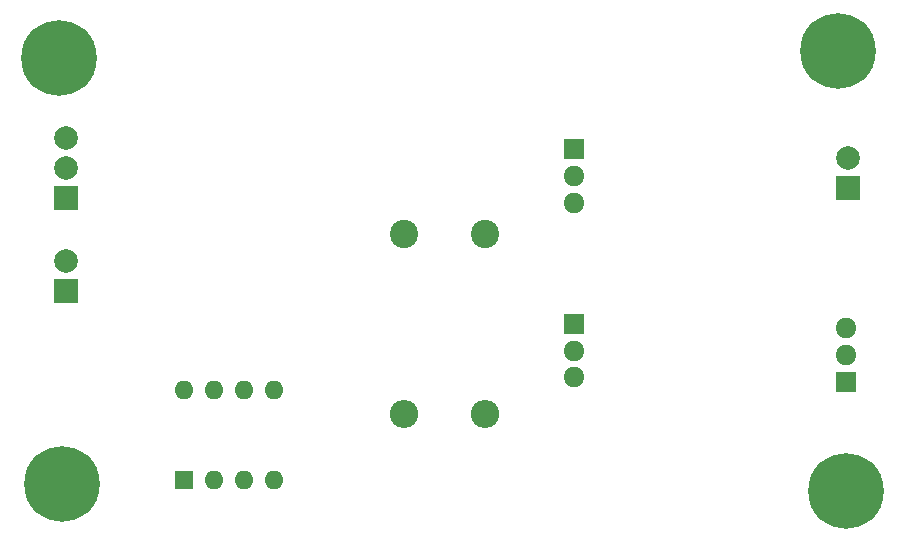
<source format=gbs>
%TF.GenerationSoftware,KiCad,Pcbnew,8.0.8*%
%TF.CreationDate,2025-01-31T21:35:22+01:00*%
%TF.ProjectId,BufferCorrente,42756666-6572-4436-9f72-72656e74652e,rev?*%
%TF.SameCoordinates,Original*%
%TF.FileFunction,Soldermask,Bot*%
%TF.FilePolarity,Negative*%
%FSLAX46Y46*%
G04 Gerber Fmt 4.6, Leading zero omitted, Abs format (unit mm)*
G04 Created by KiCad (PCBNEW 8.0.8) date 2025-01-31 21:35:22*
%MOMM*%
%LPD*%
G01*
G04 APERTURE LIST*
%ADD10R,1.600000X1.600000*%
%ADD11O,1.600000X1.600000*%
%ADD12C,2.400000*%
%ADD13O,2.400000X2.400000*%
%ADD14R,1.800000X1.710000*%
%ADD15O,1.800000X1.710000*%
%ADD16R,2.000000X2.000000*%
%ADD17C,2.000000*%
%ADD18C,0.800000*%
%ADD19C,6.400000*%
G04 APERTURE END LIST*
D10*
%TO.C,U1*%
X133180000Y-117020000D03*
D11*
X135720000Y-117020000D03*
X138260000Y-117020000D03*
X140800000Y-117020000D03*
X140800000Y-109400000D03*
X138260000Y-109400000D03*
X135720000Y-109400000D03*
X133180000Y-109400000D03*
%TD*%
D12*
%TO.C,R11*%
X151800000Y-96180000D03*
D13*
X151800000Y-111420000D03*
%TD*%
D12*
%TO.C,R10*%
X158600000Y-96180000D03*
D13*
X158600000Y-111420000D03*
%TD*%
D14*
%TO.C,Q3*%
X189200000Y-108760000D03*
D15*
X189200000Y-106480000D03*
X189200000Y-104200000D03*
%TD*%
D14*
%TO.C,Q2*%
X166200000Y-103800000D03*
D15*
X166200000Y-106080000D03*
X166200000Y-108360000D03*
%TD*%
%TO.C,Q1*%
X166200000Y-93600000D03*
X166200000Y-91320000D03*
D14*
X166200000Y-89040000D03*
%TD*%
D16*
%TO.C,Power*%
X123200000Y-93200000D03*
D17*
X123200000Y-90660000D03*
X123200000Y-88120000D03*
%TD*%
D16*
%TO.C,OUT*%
X189400000Y-92340000D03*
D17*
X189400000Y-89800000D03*
%TD*%
D16*
%TO.C,SIG*%
X123200000Y-101060000D03*
D17*
X123200000Y-98520000D03*
%TD*%
D18*
%TO.C,M3*%
X186800000Y-118000000D03*
X187502944Y-116302944D03*
X187502944Y-119697056D03*
X189200000Y-115600000D03*
D19*
X189200000Y-118000000D03*
D18*
X189200000Y-120400000D03*
X190897056Y-116302944D03*
X190897056Y-119697056D03*
X191600000Y-118000000D03*
%TD*%
%TO.C,M3*%
X186102944Y-80697056D03*
X186805888Y-79000000D03*
X186805888Y-82394112D03*
X188502944Y-78297056D03*
D19*
X188502944Y-80697056D03*
D18*
X188502944Y-83097056D03*
X190200000Y-79000000D03*
X190200000Y-82394112D03*
X190902944Y-80697056D03*
%TD*%
%TO.C,M3*%
X120400000Y-117400000D03*
X121102944Y-115702944D03*
X121102944Y-119097056D03*
X122800000Y-115000000D03*
D19*
X122800000Y-117400000D03*
D18*
X122800000Y-119800000D03*
X124497056Y-115702944D03*
X124497056Y-119097056D03*
X125200000Y-117400000D03*
%TD*%
%TO.C,M3*%
X125000000Y-81297056D03*
X124297056Y-82994112D03*
X124297056Y-79600000D03*
X122600000Y-83697056D03*
D19*
X122600000Y-81297056D03*
D18*
X122600000Y-78897056D03*
X120902944Y-82994112D03*
X120902944Y-79600000D03*
X120200000Y-81297056D03*
%TD*%
M02*

</source>
